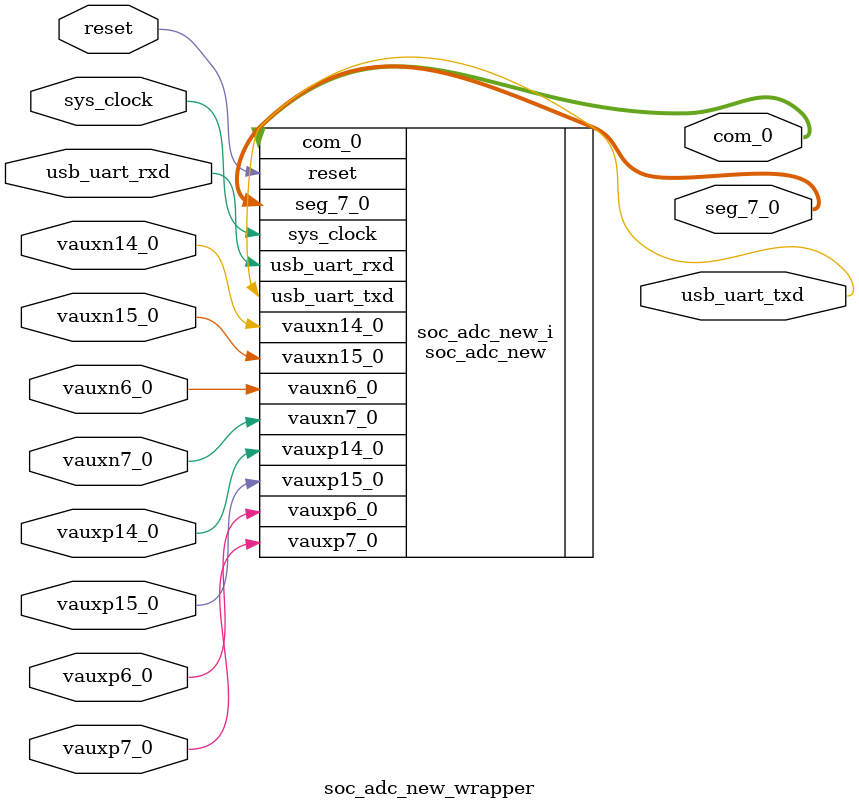
<source format=v>
`timescale 1 ps / 1 ps

module soc_adc_new_wrapper
   (com_0,
    reset,
    seg_7_0,
    sys_clock,
    usb_uart_rxd,
    usb_uart_txd,
    vauxn14_0,
    vauxn15_0,
    vauxn6_0,
    vauxn7_0,
    vauxp14_0,
    vauxp15_0,
    vauxp6_0,
    vauxp7_0);
  output [3:0]com_0;
  input reset;
  output [7:0]seg_7_0;
  input sys_clock;
  input usb_uart_rxd;
  output usb_uart_txd;
  input vauxn14_0;
  input vauxn15_0;
  input vauxn6_0;
  input vauxn7_0;
  input vauxp14_0;
  input vauxp15_0;
  input vauxp6_0;
  input vauxp7_0;

  wire [3:0]com_0;
  wire reset;
  wire [7:0]seg_7_0;
  wire sys_clock;
  wire usb_uart_rxd;
  wire usb_uart_txd;
  wire vauxn14_0;
  wire vauxn15_0;
  wire vauxn6_0;
  wire vauxn7_0;
  wire vauxp14_0;
  wire vauxp15_0;
  wire vauxp6_0;
  wire vauxp7_0;

  soc_adc_new soc_adc_new_i
       (.com_0(com_0),
        .reset(reset),
        .seg_7_0(seg_7_0),
        .sys_clock(sys_clock),
        .usb_uart_rxd(usb_uart_rxd),
        .usb_uart_txd(usb_uart_txd),
        .vauxn14_0(vauxn14_0),
        .vauxn15_0(vauxn15_0),
        .vauxn6_0(vauxn6_0),
        .vauxn7_0(vauxn7_0),
        .vauxp14_0(vauxp14_0),
        .vauxp15_0(vauxp15_0),
        .vauxp6_0(vauxp6_0),
        .vauxp7_0(vauxp7_0));
endmodule

</source>
